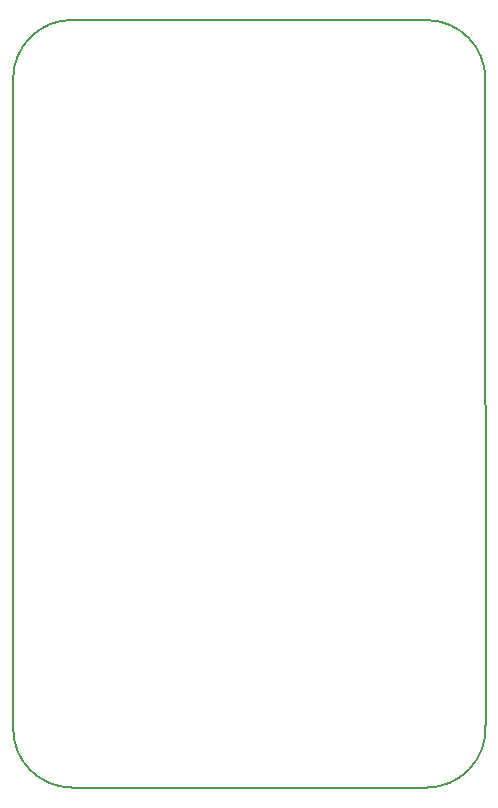
<source format=gm1>
%TF.GenerationSoftware,KiCad,Pcbnew,(6.0.1)*%
%TF.CreationDate,2022-03-10T13:17:56+01:00*%
%TF.ProjectId,XCOMMS_RF,58434f4d-4d53-45f5-9246-2e6b69636164,rev?*%
%TF.SameCoordinates,PX7ed6b40PY82a7440*%
%TF.FileFunction,Profile,NP*%
%FSLAX46Y46*%
G04 Gerber Fmt 4.6, Leading zero omitted, Abs format (unit mm)*
G04 Created by KiCad (PCBNEW (6.0.1)) date 2022-03-10 13:17:56*
%MOMM*%
%LPD*%
G01*
G04 APERTURE LIST*
%TA.AperFunction,Profile*%
%ADD10C,0.200000*%
%TD*%
G04 APERTURE END LIST*
D10*
X-2000Y5004205D02*
G75*
G03*
X4993798Y4200I4997902J-2103D01*
G01*
X35003796Y6178D02*
G75*
G03*
X39993797Y5318200I-2735J5002331D01*
G01*
X39984177Y59984230D02*
X39993797Y5318200D01*
X4993771Y65006220D02*
G75*
G03*
X-6201Y59984200I11027J-5010999D01*
G01*
X39984177Y59984230D02*
G75*
G03*
X35071198Y64984200I-4992701J7900D01*
G01*
X4993771Y65006220D02*
X35071198Y64984200D01*
X-2000Y5004205D02*
X-6201Y59984200D01*
X35003796Y6179D02*
X4993798Y4200D01*
M02*

</source>
